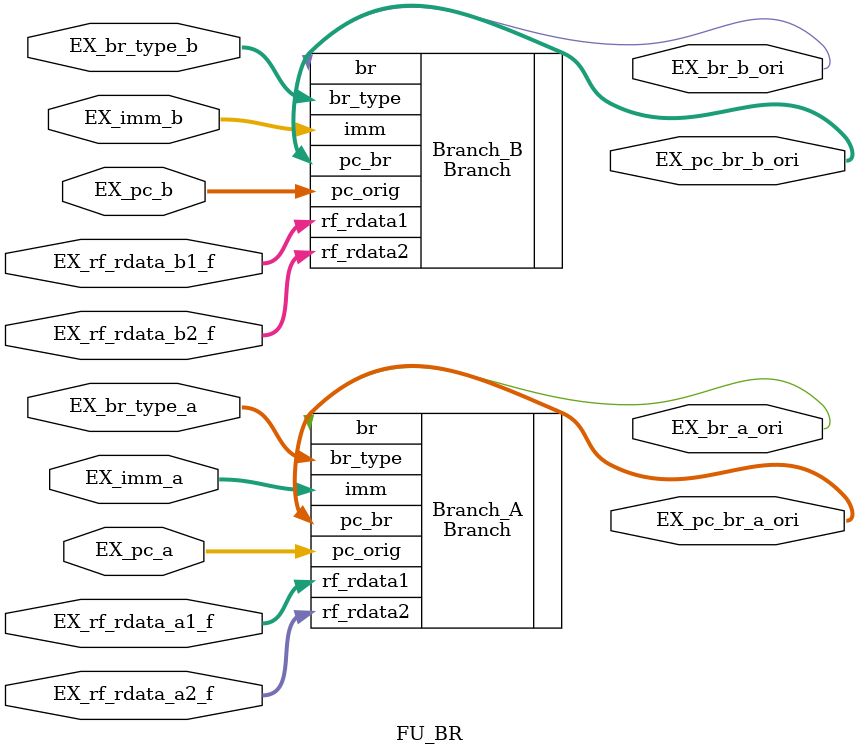
<source format=sv>
module FU_BR(
    input           [31: 0]     EX_pc_a,            //A指令的PC值
    input           [31: 0]     EX_pc_b,            //B指令的PC值
    input           [31: 0]     EX_rf_rdata_a1_f,     //A指令的第一个寄存器的值
    input           [31: 0]     EX_rf_rdata_a2_f,     //A指令的第二个寄存器的值
    input           [31: 0]     EX_rf_rdata_b1_f,     //B指令的第一个寄存器的值
    input           [31: 0]     EX_rf_rdata_b2_f,     //B指令的第二个寄存器的值
    input           [31: 0]     EX_imm_a,           //A指令的立即数
    input           [31: 0]     EX_imm_b,           //B指令的立即数
    input           [ 9: 0]     EX_br_type_a,       //A指令的分支类型
    input           [ 9: 0]     EX_br_type_b,       //B指令的分支类型

    // input                       EX_br_pd_a,         //predict A指令的分支预测，1预测跳转，0预测不跳转                  
    // input                       EX_br_pd_b,         //predict B指令的分支预测，1预测跳转，0预测不跳转        
    // input           [31: 0]     EX_pc_pd_a,         //A指令的分支预测的跳转结果PC
    // input           [31: 0]     EX_pc_pd_b,         //B指令的分支预测的跳转结果PC          
    
    // output                      EX_br_a,            //A指令是否需要修正预测的结果
    // output                      EX_br_b,            //B指令是否需要修正预测的结果
    // output          [31: 0]     EX_pc_br_a,         //A修正时应跳转到的地址
    // output          [31: 0]     EX_pc_br_b,         //B修正时应跳转到的地址

    output                      EX_br_a_ori,        //A跳转指令是否本应跳转
    output                      EX_br_b_ori,        //B跳转指令是否本应跳转
    output          [31: 0]     EX_pc_br_a_ori,     //无分支预测时，A应跳转到的地址
    output          [31: 0]     EX_pc_br_b_ori      //无分支预测时，B应跳转到的地址

    //发给分支预测的信号
    // output          [31: 0]     EX_pc_of_br,        //分支指令的PC值，不考虑stall
    // input           [ 1: 0]     EX_pd_type_a,       //A指令的分支类型（与分支预测交互）
    // input           [ 1: 0]     EX_pd_type_b,       //B指令的分支类型（与分支预测交互）
    // output          [ 1: 0]     EX_pd_type,         //分支指令的分支类型（与分支预测交互）需要考虑stall  
    // output          [31: 0]     EX_br_target,       //分支指令原本的目标地址，不考虑stall
    // output                      EX_br_jump          //分支指令原本是否应跳转，不考虑stall
);
// logic               EX_br_a_ori;      //A跳转指令是否本应跳转
// logic               EX_br_b_ori;      //B跳转指令是否本应跳转
// logic   [31: 0]     EX_pc_br_a_ori;   //无分支预测时，A应跳转到的地址
// logic   [31: 0]     EX_pc_br_b_ori;   //无分支预测时，B应跳转到的地址

// logic               EX_br_a;        //A指令是否需要修正预测的结果
// logic               EX_br_b;        //B指令是否需要修正预测的结果
// logic   [31: 0]     EX_pc_br_a;     //A指令修正时应跳转到的地址
// logic   [31: 0]     EX_pc_br_b;     //B指令修正时应跳转到的地址
// assign EX_br_a      =(EX_br_type_a==4'b0000)?1'b0:EX_br_pd_a^EX_br_a_ori || (|(EX_pc_pd_a^EX_pc_br_a_ori));//是否需要修正=预测地址与原本地址的异或
// assign EX_br_b      =(EX_br_type_b==4'b0000)?1'b0:EX_br_pd_b^EX_br_b_ori || (|(EX_pc_pd_b^EX_pc_br_b_ori));//是否需要修正=预测地址与原本地址的异或
// assign EX_br_a      =   |(EX_pc_pd_a^EX_pc_br_a_ori);  //是否需要修正=预测地址与原本地址的异或
// assign EX_br_b      =   |(EX_pc_pd_b^EX_pc_br_b_ori);  //是否需要修正=预测地址与原本地址的异或
// assign EX_pc_br_a   =   EX_br_a_ori?EX_pc_br_a_ori:(EX_pc_a+32'd4); //修正后的地址：应跳预测不跳则跳过去，不应跳预测跳则跳回去
// assign EX_pc_br_b   =   EX_br_b_ori?EX_pc_br_b_ori:(EX_pc_b+32'd4); //修正后的地址：应跳预测不跳则跳过去，不应跳预测跳则跳回去

// assign EX_br        =   EX_br_a | EX_br_b;
// assign EX_pc_br     =   (EX_br_a)?EX_pc_br_a:EX_pc_br_b;  

//发给分支预测
// assign EX_pc_of_br  = EX_pd_type_a==2'b00 ? EX_pc_b : EX_pc_a;
// assign EX_pd_type   = EX_pd_type_a==2'b00 ? EX_pd_type_b : EX_pd_type_a;
// assign EX_br_target = EX_pd_type_a==2'b00 ? EX_pc_br_b_ori : EX_pc_br_a_ori;
// assign EX_br_jump   = EX_pd_type_a==2'b00 ? EX_br_b_ori : EX_br_a_ori;
Branch Branch_A(
    .br_type(EX_br_type_a),
    .pc_orig(EX_pc_a),
    .imm(EX_imm_a),
    .rf_rdata1(EX_rf_rdata_a1_f),
    .rf_rdata2(EX_rf_rdata_a2_f),
    .br(EX_br_a_ori),
    .pc_br(EX_pc_br_a_ori)
);
Branch Branch_B(
    .br_type(EX_br_type_b),
    .pc_orig(EX_pc_b),
    .imm(EX_imm_b),
    .rf_rdata1(EX_rf_rdata_b1_f),
    .rf_rdata2(EX_rf_rdata_b2_f),
    .br(EX_br_b_ori),
    .pc_br(EX_pc_br_b_ori)
);

endmodule
</source>
